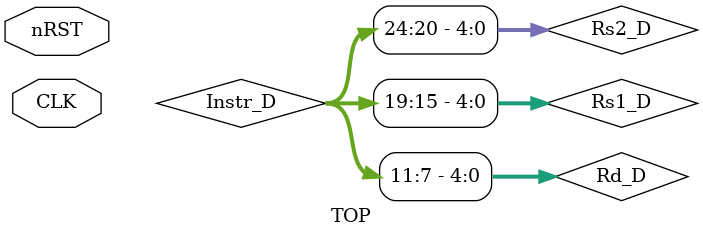
<source format=v>
`include "And2_1b.v"
`include "Or2_1b.v"
`include "Add2_32b.v"
`include "Mux2_32b.v"
`include "Mux3_32b.v"
`include "Mux4_32b.v"
`include "PC.v"
`include "Instr_Mem.v"
`include "IF_ID.v"
// ID
`include "RegFile.v"
`include "Extend.v"
`include "ID_EX.v"
// EX
`include "ALU.v"
`include "EX_MEM.v"
// MEM
`include "Data_Mem.v"
`include "MEM_WB.v"
// WB

// Hazard
`include "Hazard_Unit.v"

// Control
`include "Ctrl_Unit.v"
`include "ALUctrl.v"

/* ------------------------------ I/O Ports ------------------------------ */

module TOP (
    input wire CLK,
    input wire nRST
    );


/* ------------------------------ Wire & Reg (Fetch) ------------------------------ */

wire [31:0] Instr_F;
wire [31:0] PC_F;
wire [31:0] PC_Plus4_F;
wire [31:0] PC_next;
wire        Stall_F;

/* ------------------------------ Wire & Reg (Decode) ------------------------------ */

wire [ 3:0] ALUCtrl_D;
wire        ALUSrc_D;
wire        Branch_D;
wire        Flush_D;
wire [ 2:0] ImmSrc_D;
wire [31:0] ImmExt_D;
wire        Imm_ui_D;
wire [31:0] Instr_D;
wire        Jump_D;
wire        Jalr_D;
wire [ 3:0] MemRead_D;
wire [ 3:0] MemWrite_D;
wire [31:0] PC_D;
wire [31:0] PC_Plus4_D;
wire [31:0] RD1_D;
wire [31:0] RD2_D;
wire        RegWrite_D;
wire [ 1:0] ResultSrc_D;
wire [ 4:0] Rs1_D;
wire [ 4:0] Rs2_D;
wire [ 4:0] Rd_D;
wire        Stall_D;

wire [31:0] X0;
wire [31:0] X1;
wire [31:0] X2;
wire [31:0] X3;
wire [31:0] X4;
wire [31:0] X5;
wire [31:0] X6;
wire [31:0] X7;
wire [31:0] X8;
wire [31:0] X9;
wire [31:0] X10;
wire [31:0] X11;
wire [31:0] X12;
wire [31:0] X13;
wire [31:0] X14;
wire [31:0] X15;
wire [31:0] X16;

/* ------------------------------ Wire & Reg (Execute) ------------------------------ */

wire [ 3:0] ALUCtrl_E;
wire [31:0] ALUResult_E;
wire        ALUSrc_E;
wire        AndOut_E;
wire        Branch_E;
wire        Flush_E;
wire [ 1:0] Forward1_E;
wire [ 1:0] Forward2_E;
wire [31:0] ImmExt_E;
wire        Imm_ui_E;
wire        Jump_E;
wire        Jalr_E;
wire        Jsel_E;
wire [ 3:0] MemRead_E;
wire [ 3:0] MemWrite_E;
wire [31:0] MuxJ_o;
wire [31:0] PC_E;
wire [31:0] PC_Plus4_E;
wire        PC_Src_E;
wire [31:0] PC_Target_E;
wire [31:0] RD1_E;
wire [31:0] RD2_E;
wire [ 4:0] Rd_E;
wire        RegWrite_E;
wire [ 1:0] ResultSrc_E;
wire [ 4:0] Rs1_E;
wire [ 4:0] Rs2_E;
wire [31:0] Src1_E;
wire [31:0] Src2_E;
wire [31:0] WriteData_E;
wire        Zero_E;

/* ------------------------------ Wire & Reg (Memory) ------------------------------ */

wire [31:0] ALUResult_M;
wire [31:0] ReadData_M;
wire        RegWrite_M;
wire [ 1:0] ResultSrc_M;
wire [ 3:0] MemRead_M;
wire [ 3:0] MemWrite_M;
wire [31:0] WriteData_M;
wire [ 4:0] Rd_M;
wire [31:0] PC_Plus4_M;
wire [31:0] PC_Target_M;
wire [31:0] PC_ui_M;
wire        Imm_ui_M;
wire [31:0] ImmExt_M;

wire [7:0] MEM_0;
wire [7:0] MEM_1;
wire [7:0] MEM_2;
wire [7:0] MEM_3;
wire [7:0] MEM_4;
wire [7:0] MEM_5;
wire [7:0] MEM_6;
wire [7:0] MEM_7;
wire [7:0] MEM_8;
wire [7:0] MEM_9;
wire [7:0] MEM_10;
wire [7:0] MEM_11;
wire [7:0] MEM_12;
wire [7:0] MEM_13;
wire [7:0] MEM_14;
wire [7:0] MEM_15;
wire [7:0] MEM_16;
wire [7:0] MEM_17;
wire [7:0] MEM_18;
wire [7:0] MEM_19;
wire [7:0] MEM_20;
wire [7:0] MEM_21;
wire [7:0] MEM_22;
wire [7:0] MEM_23;
wire [7:0] MEM_24;
wire [7:0] MEM_25;
wire [7:0] MEM_26;
wire [7:0] MEM_27;
wire [7:0] MEM_28;
wire [7:0] MEM_29;
wire [7:0] MEM_30;
wire [7:0] MEM_31;


/* ------------------------------ Wire & Reg (WriteBack) ------------------------------ */

wire [31:0] ALUResult_W;
wire [ 4:0] Rd_W;
wire [31:0] ReadData_W;
wire        RegWrite_W;
wire [31:0] Result_W;
wire [ 1:0] ResultSrc_W;
wire [31:0] PC_Plus4_W;
wire [31:0] PC_ui_W;

/* ------------------------------ Wire & Reg (Control) ------------------------------ */

wire [ 1:0] ALU_op;


/* ------------------------------ Assignments ------------------------------ */

assign Rs1_D = Instr_D[19:15];
assign Rs2_D = Instr_D[24:20];
assign Rd_D = Instr_D[11:7];

/* ------------------------------ Sub-modules (Fetch) ------------------------------ */

Mux2_32b uMux_PC (
    .data1_i(PC_Plus4_F),   // <- uAdd_PC
    .data2_i(PC_Target_E),  // <- uAdd_E
    .select_i(PC_Src_E),    // <- uOr_E
    .data_o(PC_next)        // -> uPC
);

PC uPC (
    .CLK(CLK),                  // <- external
    .nRST(nRST),                // <- external
    .nEN(Stall_F),              // <- Hazard_Unit
    .PCnext(PC_next),           // <- uMux_PC
    .PC(PC_F)                   // -> uInstr_Mem
);

Instr_Mem uInstr_Mem (
    .PC_F(PC_F),                // <- uPC
    .Instr_F(Instr_F)           // -> uID_IF
);

Add2_32b uAdd_PC (
    .data1_i(PC_F),             // <- uPC
    .data2_i(32'h4),            // <- 4
    .data_o(PC_Plus4_F)         // -> uMux_PC, uIF_ID
);

IF_ID uIF_ID (
    .nEN(Stall_D),              // <- uHazard_Unit
    .nRST(nRST),
    .CLK(CLK),                  // <- external
    .CLR(Flush_D),              // <- uHazard_Unit
    .PC_F(PC_F),                // <- uPC
    .PC_Plus4F(PC_Plus4_F),     // <- uAdd_PC
    .Instr_F(Instr_F),          // <- uInstr_Mem
    .PC_D(PC_D),                // -> uID_EX
    .PC_Plus4D(PC_Plus4_D),      // -> uID_EX
    .Instr_D(Instr_D)           // -> uCtrl_Unit, uRegFile, uExtend
);

/* ------------------------------ Sub-modules (Decode) ------------------------------ */

RegFile uRegFile (
    .CLK(CLK),                      // <- external
    .nRST(nRST),                    // <- external
    .wEN(RegWrite_W),               // <- uMEM_WB
    .RSaddr_i(Instr_D[19:15]),      // <- uID_IF
    .RTaddr_i(Instr_D[24:20]),      // <- uID_IF
    .RDaddr_i(Rd_W),                // <- uID_IF
    .wData_i(Result_W),             // <- uMux_WB
    .RSdata_o(RD1_D),               // -> uID_EX
    .RTdata_o(RD2_D),               // -> uID_EX
    .x0_o(X0),
    .x1_o(X1),
    .x2_o(X2),
    .x3_o(X3),
    .x4_o(X4),
    .x5_o(X5),
    .x6_o(X6),
    .x7_o(X7),
    .x8_o(X8),
    .x9_o(X9),
    .x10_o(X10),
    .x11_o(X11),
    .x12_o(X12),
    .x13_o(X13),
    .x14_o(X14),
    .x15_o(X15),
    .x16_o(X16)
);

Extend uExtend (
    .Instr(Instr_D[31:7]),          // <- uIF_ID
    .src(ImmSrc_D),                 // <- uCtrl_Unit
    .imm_extd(ImmExt_D)             // -> uID_EX
);

ID_EX uID_EX (
    .CLK(CLK),                      // <- external
    .nRST(nRST),
    .CLR(Flush_E),                  // <- external
    .RegWrite_i(RegWrite_D),        // <- uCtrl_Unit
    .ResultSrc_i(ResultSrc_D),      // <- uCtrl_Unit
    .MemRead_i(MemRead_D),
    .MemWrite_i(MemWrite_D),        // <- uCtrl_Unit
    .Jump_i(Jump_D),                // <- uCtrl_Unit
    .Jalr_i(Jalr_D),                // <- uCtrl_Unit
    .Branch_i(Branch_D),            // <- uCtrl_Unit
    .ALUCtrl_i(ALUCtrl_D),          // <- uCtrl_Unit
    .ALUSrc_i(ALUSrc_D),            // <- uCtrl_Unit
    .imm_ui_i(Imm_ui_D),            // <- uCtrl_Unit
    .RS_data_i(RD1_D),              // <- uRegister
    .RT_data_i(RD2_D),              // <- uRegister
    .pc_i(PC_D),                    // <- uIF_ID
    .RS_addr_i(Rs1_D),              // <- uIF_ID
    .RT_addr_i(Rs2_D),              // <- uIF_ID
    .RD_addr_i(Rd_D),               // <- uIF_ID
    .imm_extd_i(ImmExt_D),          // <- uIF_ID
    .pc_incr_i(PC_Plus4_D),         // <- uIF_ID
    .RegWrite_o(RegWrite_E),        // -> uEX_MEM
    .ResultSrc_o(ResultSrc_E),      // -> uEX_MEM
    .MemRead_o(MemRead_E),
    .MemWrite_o(MemWrite_E),        // -> uEX_MEM
    .Jump_o(Jump_E),                // -> uEX_MEM
    .Jalr_o(Jalr_E),                // -> uEX_MEM
    .Branch_o(Branch_E),            // -> uEX_MEM
    .ALUCtrl_o(ALUCtrl_E),          // -> uALU
    .ALUSrc_o(ALUSrc_E),            // -> uALU
    .imm_ui_o(Imm_ui_E),            // -> uALU
    .RS_data_o(RD1_E),              // -> uMux3_Fwd1
    .RT_data_o(RD2_E),              // -> uMux3_Fwd2
    .pc_o(PC_E),                    // -> uAdd_E
    .RS_addr_o(Rs1_E),              // -> uHazard_Unit
    .RT_addr_o(Rs2_E),              // -> uHazard_Unit
    .RD_addr_o(Rd_E),               // -> uHazard_Unit, uEX_MEM
    .imm_extd_o(ImmExt_E),          // -> uAdd_E
    .pc_incr_o(PC_Plus4_E)          // -> uEX_MEM
);

/* ------------------------------ Sub-modules (Execute) ------------------------------ */

Or2_1b uOr_E (
    .data1_i(AndOut_E),             // <- uAnd_E
    .data2_i(Jsel_E),               // <- uID_EX
    .data_o(PC_Src_E)               // -> uMux_PC
);

And2_1b uAnd_E (
    .data1_i(Zero_E),               // <- uALU
    .data2_i(Branch_E),             // <- uID_EX
    .data_o(AndOut_E)               // -> uOr_E
);

Mux3_32b uMux3_Fwd1 (
    .data1_i(RD1_E),                // <- uID_EX
    .data2_i(Result_W),             // <- uMux_W
    .data3_i(ALUResult_M),          // <- uEX_MEM
    .select_i(Forward1_E),          // <- uHazard_Unit
    .data_o(Src1_E)                 // -> uALU
);

Mux3_32b uMux3_Fwd2 (
    .data1_i(RD2_E),                // <- uID_EX
    .data2_i(Result_W),             // <- uMux_W
    .data3_i(ALUResult_M),          // <- uEX_MEM
    .select_i(Forward2_E),          // <- uHazard_Unit
    .data_o(WriteData_E)            // -> uEX_MEM, uMux_E
);

Mux2_32b uMux_E (
    .data1_i(WriteData_E),          // <- uMux3_Fwd2
    .data2_i(ImmExt_E),             // <- uID_EX
    .select_i(ALUSrc_E),            // <- uID_EX
    .data_o(Src2_E)                 // -> uALU
);

Add2_32b uAdd_E (
    .data1_i(MuxJ_o),               // <- uMux_Jump
    .data2_i(ImmExt_E),             // <- uID_EX
    .data_o(PC_Target_E)            // -> uMux_PC
);

ALU uALU (
    .ALU_Ctrl(ALUCtrl_E),           // <- uID_EX
    .data1_i(Src1_E),               // <- uMux3_Fwd1
    .data2_i(Src2_E),               // <- uMux_E
    .result(ALUResult_E),           // -> uEX_MEM
    .ALU_Br(Zero_E)                 // -> uAnd_E
);

EX_MEM uEX_MEM(
    .CLK(CLK),
    .nRST(nRST),
    .RegWrite_i(RegWrite_E),
    .ResultSrc_i(ResultSrc_E),
    .MemRead_i(MemRead_E),
    .MemWrite_i(MemWrite_E),        // <- uCtrl_Unit
    .ALUResult_i(ALUResult_E),
    .WriteData_i(WriteData_E),
    .RD_addr_i(Rd_E),
    .pc_incr_i(PC_Plus4_E),
    .pc_target_i(PC_Target_E),
    .imm_ui_i(Imm_ui_E),
    .imm_extd_i(ImmExt_E),
    .RegWrite_o(RegWrite_M),
    .ResultSrc_o(ResultSrc_M),
    .MemRead_o(MemRead_M),
    .MemWrite_o(MemWrite_M),
    .ALUResult_o(ALUResult_M),
    .WriteData_o(WriteData_M),
    .RD_addr_o(Rd_M),
    .pc_incr_o(PC_Plus4_M),
    .pc_target_o(PC_Target_M),
    .imm_ui_o(Imm_ui_M),
    .imm_extd_o(ImmExt_M)
);

Or2_1b uOr_Jump(
    .data1_i(Jump_E),
    .data2_i(Jalr_E),
    .data_o(Jsel_E)
);

Mux2_32b uMux_Jump(
    .data1_i(PC_E),
    .data2_i(RD1_E),
    .select_i(Jalr_E),
    .data_o(MuxJ_o)
);    

/* ------------------------------ Sub-modules (Memory) ------------------------------ */

Data_Mem uData_Mem(
    .CLK(CLK),
    .rEN(MemRead_M),
    .wEN(MemWrite_M),
    .addr_i(ALUResult_M),
    .data_i(WriteData_M),
    .data_o(ReadData_M),
    .mem_data_0 (MEM_0),
    .mem_data_1 (MEM_1),
    .mem_data_2 (MEM_2),
    .mem_data_3 (MEM_3),
    .mem_data_4 (MEM_4),
    .mem_data_5 (MEM_5),
    .mem_data_6 (MEM_6),
    .mem_data_7 (MEM_7),
    .mem_data_8 (MEM_8),
    .mem_data_9 (MEM_9),
    .mem_data_10(MEM_10),
    .mem_data_11(MEM_11),
    .mem_data_12(MEM_12),
    .mem_data_13(MEM_13),
    .mem_data_14(MEM_14),
    .mem_data_15(MEM_15),
    .mem_data_16(MEM_16),
    .mem_data_17(MEM_17),
    .mem_data_18(MEM_18),
    .mem_data_19(MEM_19),
    .mem_data_20(MEM_20),
    .mem_data_21(MEM_21),
    .mem_data_22(MEM_22),
    .mem_data_23(MEM_23),
    .mem_data_24(MEM_24),
    .mem_data_25(MEM_25),
    .mem_data_26(MEM_26),
    .mem_data_27(MEM_27),
    .mem_data_28(MEM_28),
    .mem_data_29(MEM_29),
    .mem_data_30(MEM_30),
    .mem_data_31(MEM_31)
);

MEM_WB uMEM_WB(
    .CLK(CLK),
    .nRST(nRST),
    .RegWrite_i(RegWrite_M),
    .ResultSrc_i(ResultSrc_M),
    .ALUResult_i(ALUResult_M),
    .ReadData_i(ReadData_M),
    .RD_addr_i(Rd_M),
    .pc_incr_i(PC_Plus4_M),
    .pc_ui_i(PC_ui_M),
    .RegWrite_o(RegWrite_W),
    .ResultSrc_o(ResultSrc_W),
    .ALUResult_o(ALUResult_W),
    .ReadData_o(ReadData_W),
    .RD_addr_o(Rd_W),
    .pc_incr_o(PC_Plus4_W),
    .pc_ui_o(PC_ui_W)
);

Mux2_32b uMux_IMM(
    .data1_i(PC_Target_M),
    .data2_i(ImmExt_M),
    .select_i(Imm_ui_M),
    .data_o(PC_ui_M)
);

/* ------------------------------ Sub-modules (WriteBack) ------------------------------ */

Mux4_32b uMux_WB(
    .data1_i(ALUResult_W),
    .data2_i(ReadData_W),
    .data3_i(PC_Plus4_W),
    .data4_i(PC_ui_W),
    .select_i(ResultSrc_W),
    .data_o(Result_W)
);

/* ------------------------------ Sub-modules (Hazard) ------------------------------ */

Hazard_Unit uHazard_Unit(
    .RS_addrD_i(Rs1_D),
    .RT_addrD_i(Rs2_D),
    .RS_addrE_i(Rs1_E),
    .RT_addrE_i(Rs2_E),
    .RD_addrE_i(Rd_E),
    .PC_SrcE_i(PC_Src_E),
    .ResultSrcE_i(ResultSrc_E), // *** check
    .RD_addrM_i(Rd_M),
    .RegWriteM_i(RegWrite_M),
    .RD_addrW_i(Rd_W),
    .RegWriteW_i(RegWrite_W),
    .StallF_o(Stall_F),
    .StallD_o(Stall_D),
    .FlushD_o(Flush_D),
    .FlushE_o(Flush_E),
    .Forward1E_o(Forward1_E),
    .Forward2E_o(Forward2_E)
);

/* ------------------------------ Sub-modules (Control) ------------------------------ */

ALUctrl uALUctrl(
    .ALUop_i(ALU_op),
    .func3_i(Instr_D[14:12]),
    .func7_i(Instr_D[30]),        // func7[5]
    .opcode_i(Instr_D[5]),        // opcode[5]
    .ALUctrl_o(ALUCtrl_D) 
);

Ctrl_Unit uCtrl_Unit(
    .opcode_i(Instr_D[6:0]),
    .func3_i(Instr_D[14:12]),
    .RegWrite_o(RegWrite_D),
    .ResultSrc_o(ResultSrc_D),
    .MemWrite_o(MemWrite_D),
    .MemRead_o(MemRead_D),
    .Jump_o(Jump_D),
    .Jalr_o(Jalr_D),
    .Branch_o(Branch_D),
    .ALUsrc_o(ALUSrc_D),
    .ALUop_o(ALU_op),
    .ImmSrc_o(ImmSrc_D),
    .ImmUI_o(Imm_ui_D)
);

endmodule

</source>
